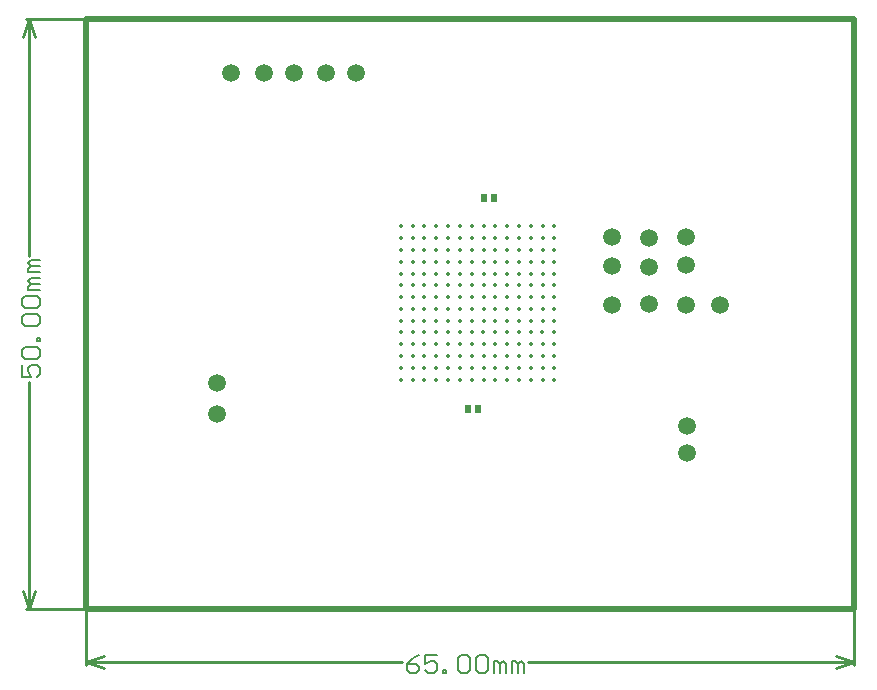
<source format=gtp>
G04*
G04 #@! TF.GenerationSoftware,Altium Limited,Altium Designer,22.0.2 (36)*
G04*
G04 Layer_Color=8421504*
%FSLAX24Y24*%
%MOIN*%
G70*
G04*
G04 #@! TF.SameCoordinates,CD407462-B920-417C-8B87-A3646CBED1B3*
G04*
G04*
G04 #@! TF.FilePolarity,Positive*
G04*
G01*
G75*
%ADD11C,0.0100*%
%ADD14C,0.0197*%
%ADD15C,0.0098*%
%ADD16C,0.0060*%
%ADD17C,0.0138*%
%ADD18R,0.0236X0.0256*%
%ADD19C,0.0591*%
D11*
X25591Y-1850D02*
Y0D01*
X0Y-1850D02*
Y0D01*
X-2100Y600D02*
X-1900Y0D01*
X-1700Y600D01*
X-1900Y19685D02*
X-1700Y19085D01*
X-2100D02*
X-1900Y19685D01*
Y0D02*
Y7573D01*
Y11792D02*
Y19685D01*
X-2000Y0D02*
X0D01*
X-2000Y19685D02*
X0D01*
D14*
Y0D02*
Y19685D01*
Y0D02*
X25591D01*
X0Y19685D02*
X25591D01*
Y0D02*
Y19685D01*
D15*
X24991Y-1950D02*
X25591Y-1750D01*
X24991Y-1550D02*
X25591Y-1750D01*
X0D02*
X600Y-1550D01*
X0Y-1750D02*
X600Y-1950D01*
X14745Y-1750D02*
X25591D01*
X0D02*
X10526D01*
D16*
X11086Y-1510D02*
X10886Y-1610D01*
X10686Y-1810D01*
Y-2010D01*
X10786Y-2110D01*
X10986D01*
X11086Y-2010D01*
Y-1910D01*
X10986Y-1810D01*
X10686D01*
X11686Y-1510D02*
X11286D01*
Y-1810D01*
X11486Y-1710D01*
X11586D01*
X11686Y-1810D01*
Y-2010D01*
X11586Y-2110D01*
X11386D01*
X11286Y-2010D01*
X11886Y-2110D02*
Y-2010D01*
X11985D01*
Y-2110D01*
X11886D01*
X12385Y-1610D02*
X12485Y-1510D01*
X12685D01*
X12785Y-1610D01*
Y-2010D01*
X12685Y-2110D01*
X12485D01*
X12385Y-2010D01*
Y-1610D01*
X12985D02*
X13085Y-1510D01*
X13285D01*
X13385Y-1610D01*
Y-2010D01*
X13285Y-2110D01*
X13085D01*
X12985Y-2010D01*
Y-1610D01*
X13585Y-2110D02*
Y-1710D01*
X13685D01*
X13785Y-1810D01*
Y-2110D01*
Y-1810D01*
X13885Y-1710D01*
X13985Y-1810D01*
Y-2110D01*
X14185D02*
Y-1710D01*
X14285D01*
X14385Y-1810D01*
Y-2110D01*
Y-1810D01*
X14485Y-1710D01*
X14585Y-1810D01*
Y-2110D01*
X-2140Y8133D02*
Y7733D01*
X-1840D01*
X-1940Y7933D01*
Y8033D01*
X-1840Y8133D01*
X-1640D01*
X-1540Y8033D01*
Y7833D01*
X-1640Y7733D01*
X-2040Y8333D02*
X-2140Y8433D01*
Y8633D01*
X-2040Y8733D01*
X-1640D01*
X-1540Y8633D01*
Y8433D01*
X-1640Y8333D01*
X-2040D01*
X-1540Y8933D02*
X-1640D01*
Y9033D01*
X-1540D01*
Y8933D01*
X-2040Y9433D02*
X-2140Y9533D01*
Y9732D01*
X-2040Y9832D01*
X-1640D01*
X-1540Y9732D01*
Y9533D01*
X-1640Y9433D01*
X-2040D01*
Y10032D02*
X-2140Y10132D01*
Y10332D01*
X-2040Y10432D01*
X-1640D01*
X-1540Y10332D01*
Y10132D01*
X-1640Y10032D01*
X-2040D01*
X-1540Y10632D02*
X-1940D01*
Y10732D01*
X-1840Y10832D01*
X-1540D01*
X-1840D01*
X-1940Y10932D01*
X-1840Y11032D01*
X-1540D01*
Y11232D02*
X-1940D01*
Y11332D01*
X-1840Y11432D01*
X-1540D01*
X-1840D01*
X-1940Y11532D01*
X-1840Y11632D01*
X-1540D01*
D17*
X15612Y10013D02*
D03*
X15218D02*
D03*
X14825D02*
D03*
X14431D02*
D03*
X14037D02*
D03*
X13644D02*
D03*
X13250D02*
D03*
X12856D02*
D03*
X12463D02*
D03*
X12069D02*
D03*
X11675D02*
D03*
X11281D02*
D03*
X10888D02*
D03*
X10494D02*
D03*
X15612Y9619D02*
D03*
X15218D02*
D03*
X14825D02*
D03*
X14431D02*
D03*
X14037D02*
D03*
X13644D02*
D03*
X13250D02*
D03*
X12856D02*
D03*
X12463D02*
D03*
X12069D02*
D03*
X11675D02*
D03*
X11281D02*
D03*
X10888D02*
D03*
X10494D02*
D03*
X15609Y9241D02*
D03*
X15216D02*
D03*
X14822D02*
D03*
X14428D02*
D03*
X14035D02*
D03*
X13641D02*
D03*
X13247D02*
D03*
X12854D02*
D03*
X12460D02*
D03*
X12066D02*
D03*
X11672D02*
D03*
X11279D02*
D03*
X10885D02*
D03*
X10491D02*
D03*
X15612Y8831D02*
D03*
X15218D02*
D03*
X14825D02*
D03*
X14431D02*
D03*
X14037D02*
D03*
X13644D02*
D03*
X13250D02*
D03*
X12856D02*
D03*
X12463D02*
D03*
X12069D02*
D03*
X11675D02*
D03*
X11281D02*
D03*
X10888D02*
D03*
X10494D02*
D03*
X15612Y8438D02*
D03*
X15218D02*
D03*
X14825D02*
D03*
X14431D02*
D03*
X14037D02*
D03*
X13644D02*
D03*
X13250D02*
D03*
X12856D02*
D03*
X12463D02*
D03*
X12069D02*
D03*
X11675D02*
D03*
X11281D02*
D03*
X10888D02*
D03*
X10494D02*
D03*
X15612Y8044D02*
D03*
X10494D02*
D03*
X10888D02*
D03*
X11281D02*
D03*
X11675D02*
D03*
X12069D02*
D03*
X12463D02*
D03*
X12856D02*
D03*
X13250D02*
D03*
X13644D02*
D03*
X14037D02*
D03*
X14431D02*
D03*
X14825D02*
D03*
X15218D02*
D03*
X15612Y7650D02*
D03*
X15218D02*
D03*
X10494D02*
D03*
X10888D02*
D03*
X11281D02*
D03*
X11675D02*
D03*
X12069D02*
D03*
X12463D02*
D03*
X12856D02*
D03*
X13250D02*
D03*
X13644D02*
D03*
X14037D02*
D03*
X14431D02*
D03*
X14825D02*
D03*
X15612Y10406D02*
D03*
X15218D02*
D03*
X14825D02*
D03*
X14431D02*
D03*
X14037D02*
D03*
X13644D02*
D03*
X13250D02*
D03*
X12856D02*
D03*
X12463D02*
D03*
X12069D02*
D03*
X11675D02*
D03*
X11281D02*
D03*
X10888D02*
D03*
X10494D02*
D03*
X15612Y10800D02*
D03*
X15218D02*
D03*
X14825D02*
D03*
X14431D02*
D03*
X14037D02*
D03*
X13644D02*
D03*
X13250D02*
D03*
X12856D02*
D03*
X12463D02*
D03*
X12069D02*
D03*
X11675D02*
D03*
X11281D02*
D03*
X10888D02*
D03*
X10494D02*
D03*
X15612Y11194D02*
D03*
X15218D02*
D03*
X14825D02*
D03*
X14431D02*
D03*
X14037D02*
D03*
X13644D02*
D03*
X13250D02*
D03*
X12856D02*
D03*
X12463D02*
D03*
X12069D02*
D03*
X11675D02*
D03*
X11281D02*
D03*
X10888D02*
D03*
X10494D02*
D03*
X15612Y11587D02*
D03*
X15218D02*
D03*
X14825D02*
D03*
X14431D02*
D03*
X14037D02*
D03*
X13644D02*
D03*
X13250D02*
D03*
X12856D02*
D03*
X12463D02*
D03*
X12069D02*
D03*
X11675D02*
D03*
X11281D02*
D03*
X10888D02*
D03*
X10494D02*
D03*
X15612Y11981D02*
D03*
X15218D02*
D03*
X14825D02*
D03*
X14431D02*
D03*
X14037D02*
D03*
X13644D02*
D03*
X13250D02*
D03*
X12856D02*
D03*
X12463D02*
D03*
X12069D02*
D03*
X11675D02*
D03*
X11281D02*
D03*
X10888D02*
D03*
X10494D02*
D03*
X15612Y12375D02*
D03*
X15218D02*
D03*
X14825D02*
D03*
X14431D02*
D03*
X14037D02*
D03*
X13644D02*
D03*
X13250D02*
D03*
X12856D02*
D03*
X12463D02*
D03*
X12069D02*
D03*
X11675D02*
D03*
X11281D02*
D03*
X10888D02*
D03*
X10494D02*
D03*
X15612Y12768D02*
D03*
X15218D02*
D03*
X14825D02*
D03*
X14431D02*
D03*
X14037D02*
D03*
X13644D02*
D03*
X13250D02*
D03*
X12856D02*
D03*
X12463D02*
D03*
X12069D02*
D03*
X11675D02*
D03*
X11281D02*
D03*
X10888D02*
D03*
X10494D02*
D03*
D18*
X13593Y13701D02*
D03*
X13258D02*
D03*
X13051Y6693D02*
D03*
X12717D02*
D03*
D19*
X4350Y6516D02*
D03*
X4370Y7539D02*
D03*
X17539Y11437D02*
D03*
X20039Y5197D02*
D03*
Y6102D02*
D03*
X21122Y10157D02*
D03*
X20000Y10138D02*
D03*
X18780Y10177D02*
D03*
Y11417D02*
D03*
X20000Y11476D02*
D03*
Y12402D02*
D03*
X17539D02*
D03*
X8996Y17894D02*
D03*
X4843D02*
D03*
X17539Y10138D02*
D03*
X8012Y17894D02*
D03*
X18780Y12382D02*
D03*
X5925Y17894D02*
D03*
X6949D02*
D03*
M02*

</source>
